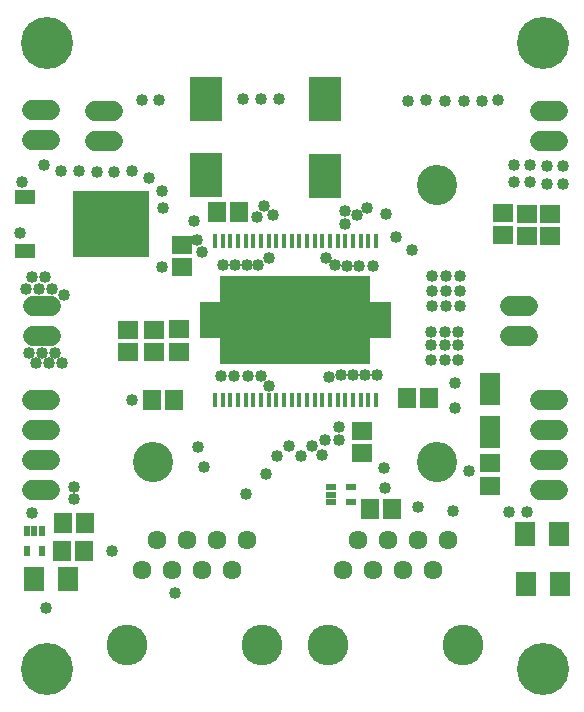
<source format=gts>
G75*
%MOIN*%
%OFA0B0*%
%FSLAX25Y25*%
%IPPOS*%
%LPD*%
%AMOC8*
5,1,8,0,0,1.08239X$1,22.5*
%
%ADD10C,0.13398*%
%ADD11C,0.17335*%
%ADD12R,0.10643X0.14580*%
%ADD13R,0.05918X0.06706*%
%ADD14R,0.06706X0.05918*%
%ADD15R,0.07099X0.07898*%
%ADD16R,0.50406X0.29540*%
%ADD17R,0.07493X0.12217*%
%ADD18R,0.01772X0.04921*%
%ADD19R,0.02375X0.03556*%
%ADD20R,0.03556X0.02375*%
%ADD21R,0.25209X0.22060*%
%ADD22R,0.07099X0.04737*%
%ADD23C,0.06737*%
%ADD24C,0.13595*%
%ADD25C,0.06343*%
%ADD26C,0.06800*%
%ADD27R,0.07099X0.11036*%
%ADD28C,0.04000*%
D10*
X0052181Y0085646D03*
X0146669Y0085646D03*
X0146669Y0178165D03*
D11*
X0016748Y0016748D03*
X0182102Y0016748D03*
X0182102Y0225409D03*
X0016748Y0225409D03*
D12*
X0069819Y0206906D03*
X0069819Y0181315D03*
X0109307Y0181157D03*
X0109307Y0206748D03*
D13*
X0080803Y0169189D03*
X0073323Y0169189D03*
X0059071Y0106512D03*
X0051591Y0106512D03*
X0029543Y0065488D03*
X0022063Y0065488D03*
X0021709Y0056039D03*
X0029189Y0056039D03*
X0124386Y0070134D03*
X0131866Y0070134D03*
X0136591Y0107142D03*
X0144071Y0107142D03*
D14*
X0164465Y0085370D03*
X0164465Y0077890D03*
X0121866Y0088717D03*
X0121866Y0096197D03*
X0168795Y0161276D03*
X0168795Y0168756D03*
X0176669Y0168559D03*
X0176669Y0161079D03*
X0184465Y0161039D03*
X0184465Y0168520D03*
X0061630Y0158165D03*
X0061630Y0150685D03*
X0060606Y0129976D03*
X0060606Y0122496D03*
X0052260Y0122339D03*
X0052260Y0129819D03*
X0043598Y0129858D03*
X0043598Y0122378D03*
D15*
X0023567Y0046748D03*
X0012370Y0046748D03*
X0176425Y0045094D03*
X0187622Y0045094D03*
X0187386Y0061630D03*
X0176189Y0061630D03*
D16*
X0099543Y0132969D03*
D17*
X0127693Y0132969D03*
X0071394Y0132969D03*
D18*
X0072673Y0159543D03*
X0075232Y0159543D03*
X0077791Y0159543D03*
X0080350Y0159543D03*
X0082909Y0159543D03*
X0085469Y0159543D03*
X0088028Y0159543D03*
X0090587Y0159543D03*
X0093146Y0159543D03*
X0095705Y0159543D03*
X0098264Y0159543D03*
X0100823Y0159543D03*
X0103382Y0159543D03*
X0105941Y0159543D03*
X0108500Y0159543D03*
X0111059Y0159543D03*
X0113618Y0159543D03*
X0116177Y0159543D03*
X0118736Y0159543D03*
X0121295Y0159543D03*
X0123854Y0159543D03*
X0126413Y0159543D03*
X0126413Y0106394D03*
X0123854Y0106394D03*
X0121295Y0106394D03*
X0118736Y0106394D03*
X0116177Y0106394D03*
X0113618Y0106394D03*
X0111059Y0106394D03*
X0108500Y0106394D03*
X0105941Y0106394D03*
X0103382Y0106394D03*
X0100823Y0106394D03*
X0098264Y0106394D03*
X0095705Y0106394D03*
X0093146Y0106394D03*
X0090587Y0106394D03*
X0088028Y0106394D03*
X0085469Y0106394D03*
X0082909Y0106394D03*
X0080350Y0106394D03*
X0077791Y0106394D03*
X0075232Y0106394D03*
X0072673Y0106394D03*
D19*
X0015094Y0062811D03*
X0012535Y0062811D03*
X0009976Y0062811D03*
X0009976Y0056118D03*
X0015094Y0056118D03*
D20*
X0111236Y0072339D03*
X0111236Y0074898D03*
X0111236Y0077457D03*
X0117929Y0077457D03*
X0117929Y0072339D03*
D21*
X0038205Y0165094D03*
D22*
X0009465Y0156118D03*
X0009465Y0174071D03*
D23*
X0011654Y0192929D02*
X0017591Y0192929D01*
X0017591Y0202929D02*
X0011654Y0202929D01*
X0011969Y0137850D02*
X0017906Y0137850D01*
X0017906Y0127850D02*
X0011969Y0127850D01*
X0171102Y0127890D02*
X0177039Y0127890D01*
X0177039Y0137890D02*
X0171102Y0137890D01*
X0181102Y0192850D02*
X0187039Y0192850D01*
X0187039Y0202850D02*
X0181102Y0202850D01*
D24*
X0155409Y0024622D03*
X0110370Y0024622D03*
X0088520Y0024819D03*
X0043480Y0024819D03*
D25*
X0048480Y0049858D03*
X0058480Y0049819D03*
X0068480Y0049819D03*
X0078480Y0049819D03*
X0073480Y0059819D03*
X0063480Y0059819D03*
X0053480Y0059819D03*
X0083480Y0059819D03*
X0115370Y0049661D03*
X0125370Y0049622D03*
X0135370Y0049622D03*
X0145370Y0049622D03*
X0140370Y0059622D03*
X0130370Y0059622D03*
X0120370Y0059622D03*
X0150370Y0059622D03*
D26*
X0181071Y0076551D02*
X0187071Y0076551D01*
X0187071Y0086551D02*
X0181071Y0086551D01*
X0181071Y0096551D02*
X0187071Y0096551D01*
X0187071Y0106551D02*
X0181071Y0106551D01*
X0038646Y0192850D02*
X0032646Y0192850D01*
X0032646Y0202850D02*
X0038646Y0202850D01*
X0017780Y0106551D02*
X0011780Y0106551D01*
X0011780Y0096551D02*
X0017780Y0096551D01*
X0017780Y0086551D02*
X0011780Y0086551D01*
X0011780Y0076551D02*
X0017780Y0076551D01*
D27*
X0164386Y0095882D03*
X0164386Y0110055D03*
D28*
X0153756Y0119898D03*
X0149425Y0119898D03*
X0149425Y0124622D03*
X0149425Y0128953D03*
X0153756Y0128953D03*
X0153756Y0124622D03*
X0144701Y0124622D03*
X0144701Y0128953D03*
X0145094Y0137614D03*
X0145094Y0142732D03*
X0149819Y0142732D03*
X0154543Y0142732D03*
X0154543Y0137614D03*
X0149819Y0137614D03*
X0149819Y0147850D03*
X0154543Y0147850D03*
X0145094Y0147850D03*
X0138402Y0156512D03*
X0132890Y0160843D03*
X0129740Y0168323D03*
X0123441Y0170291D03*
X0119898Y0167929D03*
X0115961Y0169504D03*
X0115961Y0165173D03*
X0109661Y0153756D03*
X0112811Y0151394D03*
X0116748Y0151000D03*
X0120685Y0151000D03*
X0125409Y0151000D03*
X0144701Y0119898D03*
X0152575Y0112024D03*
X0152575Y0103756D03*
X0157299Y0082890D03*
X0152181Y0069504D03*
X0140370Y0070685D03*
X0129346Y0076984D03*
X0128953Y0083677D03*
X0113992Y0093126D03*
X0113992Y0097457D03*
X0109268Y0093126D03*
X0104937Y0091157D03*
X0108480Y0088008D03*
X0101394Y0087614D03*
X0097457Y0091157D03*
X0093520Y0087614D03*
X0089583Y0081709D03*
X0082890Y0075016D03*
X0069110Y0084071D03*
X0067142Y0090764D03*
X0074622Y0114386D03*
X0078953Y0114386D03*
X0083677Y0114386D03*
X0088008Y0114386D03*
X0090764Y0111236D03*
X0110843Y0113992D03*
X0114780Y0114780D03*
X0118717Y0114780D03*
X0122654Y0114780D03*
X0126591Y0114780D03*
X0090764Y0153756D03*
X0087220Y0151394D03*
X0083283Y0151394D03*
X0079346Y0151394D03*
X0075409Y0151394D03*
X0068323Y0155724D03*
X0066748Y0159661D03*
X0065567Y0165961D03*
X0055331Y0170291D03*
X0054937Y0176197D03*
X0050606Y0180528D03*
X0045094Y0182890D03*
X0039189Y0182496D03*
X0033283Y0182496D03*
X0027378Y0182890D03*
X0021472Y0182890D03*
X0015567Y0184858D03*
X0008480Y0178953D03*
X0007693Y0162024D03*
X0011630Y0147457D03*
X0009661Y0143520D03*
X0013992Y0143520D03*
X0015961Y0147457D03*
X0018323Y0143520D03*
X0022260Y0141551D03*
X0019504Y0122260D03*
X0017535Y0118717D03*
X0015173Y0122260D03*
X0013205Y0118717D03*
X0010843Y0122260D03*
X0021866Y0118717D03*
X0045094Y0106512D03*
X0025803Y0077378D03*
X0025803Y0073441D03*
X0011630Y0068717D03*
X0016354Y0037220D03*
X0038402Y0056118D03*
X0059268Y0041945D03*
X0054937Y0150606D03*
X0086827Y0167535D03*
X0089189Y0171079D03*
X0091945Y0167929D03*
X0093913Y0206906D03*
X0088008Y0206906D03*
X0082102Y0206906D03*
X0054150Y0206512D03*
X0048244Y0206512D03*
X0137220Y0206118D03*
X0143126Y0206512D03*
X0149425Y0206118D03*
X0155724Y0206118D03*
X0161630Y0206118D03*
X0167142Y0206512D03*
X0172260Y0184858D03*
X0172260Y0178953D03*
X0177772Y0178953D03*
X0177772Y0184858D03*
X0183283Y0184465D03*
X0188795Y0184465D03*
X0188795Y0178559D03*
X0183283Y0178559D03*
X0176591Y0069110D03*
X0170685Y0069110D03*
M02*

</source>
